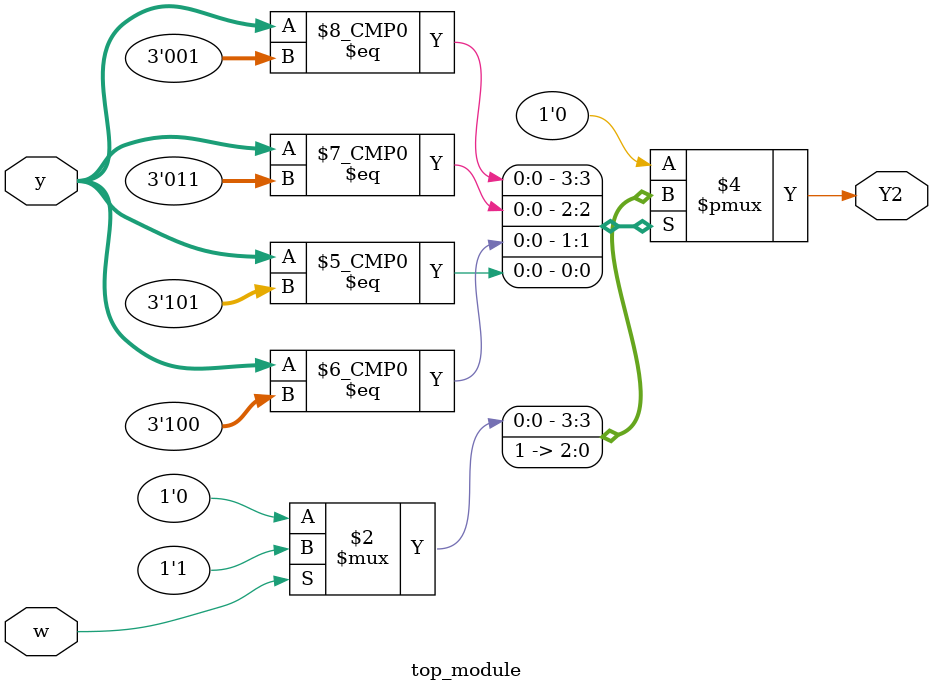
<source format=sv>
module top_module(
    input [3:1] y,
    input w,
    output reg Y2);

    // State encoding
    localparam A = 3'b000;
    localparam B = 3'b001;
    localparam C = 3'b010;
    localparam D = 3'b011;
    localparam E = 3'b100;
    localparam F = 3'b101;

    always @(*) begin
        case (y)
            A: Y2 = 1'b0;
            B: Y2 = w ? 1'b1 : 1'b0;
            C: Y2 = 1'b0;
            D: Y2 = 1'b1;
            E: Y2 = 1'b1;
            F: Y2 = 1'b1;
            default: Y2 = 1'b0; // Default case to cover all scenarios
        endcase
    end
endmodule

</source>
